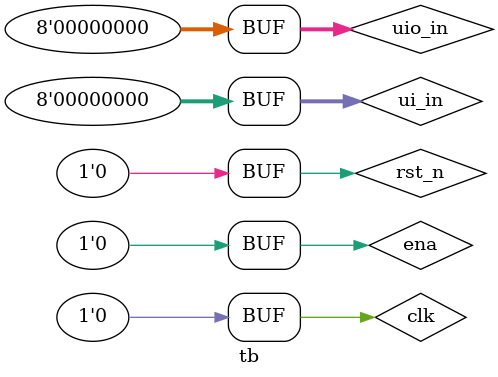
<source format=v>
`timescale 1ns/1ps
`default_nettype none

module tb;
    reg  [7:0] ui_in;
    wire [7:0] uo_out;
    reg  [7:0] uio_in;
    wire [7:0] uio_out;
    wire [7:0] uio_oe;
    reg        ena, clk, rst_n;

    tt_um_example dut (
        .ui_in (ui_in),
        .uo_out(uo_out),
        .uio_in(uio_in),
        .uio_out(uio_out),
        .uio_oe(uio_oe),
        .ena   (ena),
        .clk   (clk),
        .rst_n (rst_n)
    );

    initial begin
        clk    = 1'b0;   // cocotb will drive the clock
        rst_n  = 1'b0;
        ena    = 1'b0;
        ui_in  = 8'h00;
        uio_in = 8'h00;
    end

`ifdef COCOTB_SIM
    initial begin
        $dumpfile("tb.vcd");   // <-- no "test/" prefix
        $dumpvars(0, tb);
    end
`endif
endmodule

</source>
